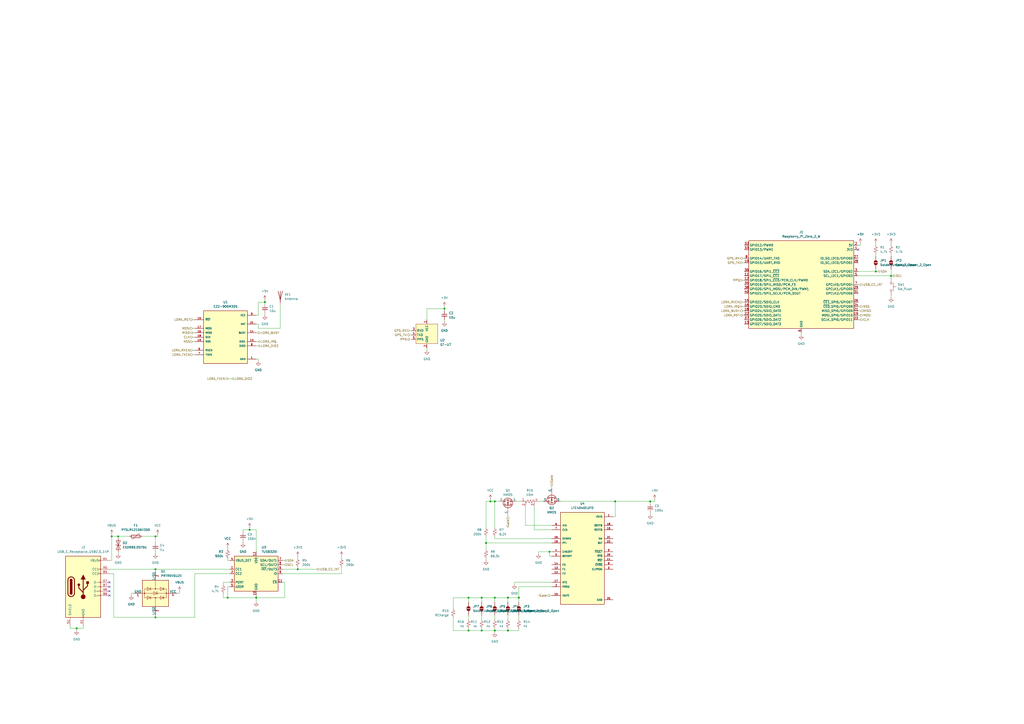
<source format=kicad_sch>
(kicad_sch (version 20250114) (generator "eeschema") (generator_version "9.0")
  (paper "A2")
  (lib_symbols
    (symbol "Connector:Raspberry_Pi_4"
      (property "Reference" "J" (at -17.526 48.768 0))
      (property "Value" "Raspberry_Pi_4" (at 15.748 -26.416 0))
      (symbol "Raspberry_Pi_4_1_1"
        (pin bidirectional line (at -33.02 22.86 0) (length 2.54) (name "GPIO12/PWM0") (number "32"))
        (pin bidirectional line (at -33.02 20.32 0) (length 2.54) (name "GPIO13/PWM1") (number "33"))
        (pin bidirectional line (at -33.02 15.24 0) (length 2.54) (name "GPIO14/UART_TXD") (number "8"))
        (pin bidirectional line (at -33.02 12.7 0) (length 2.54) (name "GPIO15/UART_RXD") (number "10"))
        (pin bidirectional line (at -33.02 7.62 0) (length 2.54) (name "GPIO16/SPI1_~{CE2}") (number "36"))
        (pin bidirectional line (at -33.02 5.08 0) (length 2.54) (name "GPIO17/SPI1_~{CE1}") (number "11"))
        (pin bidirectional line (at -33.02 2.54 0) (length 2.54) (name "GPIO18/SPI1_~{CE0}/PCM_CLK/PWM0") (number "12"))
        (pin bidirectional line (at -33.02 0 0) (length 2.54) (name "GPIO19/SPI1_MISO/PCM_FS") (number "35"))
        (pin bidirectional line (at -33.02 -2.54 0) (length 2.54) (name "GPIO20/SPI1_MOSI/PCM_DIN/PWM1") (number "38"))
        (pin bidirectional line (at -33.02 -5.08 0) (length 2.54) (name "GPIO21/SPI1_SCLK/PCM_DOUT") (number "40"))
        (pin bidirectional line (at -33.02 -10.16 0) (length 2.54) (name "GPIO22/SDIO_CLK") (number "15"))
        (pin bidirectional line (at -33.02 -12.7 0) (length 2.54) (name "GPIO23/SDIO_CMD") (number "16"))
        (pin bidirectional line (at -33.02 -15.24 0) (length 2.54) (name "GPIO24/SDIO_DAT0") (number "18"))
        (pin bidirectional line (at -33.02 -17.78 0) (length 2.54) (name "GPIO25/SDIO_DAT1") (number "22"))
        (pin bidirectional line (at -33.02 -20.32 0) (length 2.54) (name "GPIO26/SDIO_DAT2") (number "37"))
        (pin bidirectional line (at -33.02 -22.86 0) (length 2.54) (name "GPIO27/SDIO_DAT3") (number "13"))
        (pin passive line (at 0 -27.94 90) (length 2.54) (hide yes) (name "GND") (number "14"))
        (pin passive line (at 0 -27.94 90) (length 2.54) (hide yes) (name "GND") (number "20"))
        (pin passive line (at 0 -27.94 90) (length 2.54) (hide yes) (name "GND") (number "25"))
        (pin passive line (at 0 -27.94 90) (length 2.54) (hide yes) (name "GND") (number "30"))
        (pin passive line (at 0 -27.94 90) (length 2.54) (hide yes) (name "GND") (number "34"))
        (pin passive line (at 0 -27.94 90) (length 2.54) (hide yes) (name "GND") (number "39"))
        (pin power_out line (at 0 -27.94 90) (length 2.54) (name "GND") (number "6"))
        (pin passive line (at 0 -27.94 90) (length 2.54) (hide yes) (name "GND") (number "9"))
        (pin power_out line (at 33.02 22.86 180) (length 2.54) (name "5V") (number "2"))
        (pin passive line (at 33.02 22.86 180) (length 2.54) (hide yes) (name "5V") (number "4"))
        (pin power_out line (at 33.02 20.32 180) (length 2.54) (name "3V3") (number "1"))
        (pin passive line (at 33.02 20.32 180) (length 2.54) (hide yes) (name "3V3") (number "17"))
        (pin bidirectional line (at 33.02 15.24 180) (length 2.54) (name "ID_SD_I2C0/GPIO00") (number "27"))
        (pin bidirectional line (at 33.02 12.7 180) (length 2.54) (name "ID_SC_I2C0/GPIO01") (number "28"))
        (pin bidirectional line (at 33.02 7.62 180) (length 2.54) (name "SDA_I2C1/GPIO02") (number "3"))
        (pin bidirectional line (at 33.02 5.08 180) (length 2.54) (name "SCL_I2C1/GPIO03") (number "5"))
        (pin bidirectional line (at 33.02 0 180) (length 2.54) (name "GPCLK0/GPIO04") (number "7"))
        (pin bidirectional line (at 33.02 -2.54 180) (length 2.54) (name "GPCLK1/GPIO05") (number "29"))
        (pin bidirectional line (at 33.02 -5.08 180) (length 2.54) (name "GPCLK2/GPIO06") (number "31"))
        (pin bidirectional line (at 33.02 -10.16 180) (length 2.54) (name "~{CE1}_SPI0/GPIO07") (number "26"))
        (pin bidirectional line (at 33.02 -12.7 180) (length 2.54) (name "~{CE0}_SPI0/GPIO08") (number "24"))
        (pin bidirectional line (at 33.02 -15.24 180) (length 2.54) (name "MISO_SPI0/GPIO09") (number "21"))
        (pin bidirectional line (at 33.02 -17.78 180) (length 2.54) (name "MOSI_SPI0/GPIO10") (number "19"))
        (pin bidirectional line (at 33.02 -20.32 180) (length 2.54) (name "SCLK_SPI0/GPIO11") (number "23"))
      )
    )
    (symbol "Connector:USB_C_Receptacle_USB2.0_14P" (pin_names (offset 1.016))
      (property "Reference" "J" (at 0 22.225 0))
      (property "Value" "USB_C_Receptacle_USB2.0_14P" (at 0 19.685 0))
      (symbol "USB_C_Receptacle_USB2.0_14P_1_1"
        (pin passive line (at -7.62 -22.86 90) (length 5.08) (name "SHIELD") (number "S1"))
        (pin passive line (at 0 -22.86 90) (length 5.08) (name "GND") (number "A1"))
        (pin passive line (at 0 -22.86 90) (length 5.08) (hide yes) (name "GND") (number "A12"))
        (pin passive line (at 0 -22.86 90) (length 5.08) (hide yes) (name "GND") (number "B1"))
        (pin passive line (at 0 -22.86 90) (length 5.08) (hide yes) (name "GND") (number "B12"))
        (pin passive line (at 15.24 15.24 180) (length 5.08) (name "VBUS") (number "A4"))
        (pin passive line (at 15.24 15.24 180) (length 5.08) (hide yes) (name "VBUS") (number "A9"))
        (pin passive line (at 15.24 15.24 180) (length 5.08) (hide yes) (name "VBUS") (number "B4"))
        (pin passive line (at 15.24 15.24 180) (length 5.08) (hide yes) (name "VBUS") (number "B9"))
        (pin bidirectional line (at 15.24 10.16 180) (length 5.08) (name "CC1") (number "A5"))
        (pin bidirectional line (at 15.24 7.62 180) (length 5.08) (name "CC2") (number "B5"))
        (pin bidirectional line (at 15.24 2.54 180) (length 5.08) (name "D-") (number "A7"))
        (pin bidirectional line (at 15.24 0 180) (length 5.08) (name "D-") (number "B7"))
        (pin bidirectional line (at 15.24 -2.54 180) (length 5.08) (name "D+") (number "A6"))
        (pin bidirectional line (at 15.24 -5.08 180) (length 5.08) (name "D+") (number "B6"))
      )
    )
    (symbol "Device:Antenna" (pin_numbers (hide yes)) (pin_names (offset 1.016) (hide yes))
      (property "Reference" "AE" (at -1.905 1.905 0))
      (property "Value" "Antenna" (at -1.905 0 0))
      (symbol "Antenna_1_1"
        (pin input line (at 0 -5.08 90) (length 2.54) (name "A") (number "1"))
      )
    )
    (symbol "Device:C_Small" (pin_numbers (hide yes)) (pin_names (offset 0.254) (hide yes))
      (property "Reference" "C" (at 0.254 1.778 0))
      (property "Value" "C_Small" (at 0.254 -2.032 0))
      (symbol "C_Small_1_1"
        (pin passive line (at 0 2.54 270) (length 2.032) (name "~") (number "1"))
        (pin passive line (at 0 -2.54 90) (length 2.032) (name "~") (number "2"))
      )
    )
    (symbol "Device:C_Small_US" (pin_numbers (hide yes)) (pin_names (offset 0.254) (hide yes))
      (property "Reference" "C" (at 0.254 1.778 0))
      (property "Value" "C_Small_US" (at 0.254 -2.032 0))
      (symbol "C_Small_US_1_1"
        (pin passive line (at 0 2.54 270) (length 2.032) (name "~") (number "1"))
        (pin passive line (at 0 -2.54 90) (length 2.032) (name "~") (number "2"))
      )
    )
    (symbol "Device:Polyfuse" (pin_numbers (hide yes)) (pin_names (offset 0))
      (property "Reference" "F" (at -2.54 0 90))
      (property "Value" "Polyfuse" (at 2.54 0 90))
      (symbol "Polyfuse_1_1"
        (pin passive line (at 0 3.81 270) (length 1.27) (name "~") (number "1"))
        (pin passive line (at 0 -3.81 90) (length 1.27) (name "~") (number "2"))
      )
    )
    (symbol "Device:R_Shunt_US" (pin_names (offset 0) (hide yes))
      (property "Reference" "R" (at -5.08 0 90))
      (property "Value" "R_Shunt_US" (at -3.048 0 90))
      (symbol "R_Shunt_US_1_1"
        (pin passive line (at 0 5.08 270) (length 2.54) (name "~") (number "1"))
        (pin passive line (at 0 -5.08 90) (length 2.54) (name "~") (number "4"))
        (pin passive line (at 2.54 2.54 180) (length 1.27) (name "~") (number "2"))
        (pin passive line (at 2.54 -2.54 180) (length 1.27) (name "~") (number "3"))
      )
    )
    (symbol "Device:R_Small_US" (pin_numbers (hide yes)) (pin_names (offset 0.254) (hide yes))
      (property "Reference" "R" (at 0.762 0.508 0))
      (property "Value" "R_Small_US" (at 0.762 -1.016 0))
      (symbol "R_Small_US_1_1"
        (pin passive line (at 0 2.54 270) (length 1.016) (name "~") (number "1"))
        (pin passive line (at 0 -2.54 90) (length 1.016) (name "~") (number "2"))
      )
    )
    (symbol "Diode:ESD9B5.0ST5G" (pin_numbers (hide yes)) (pin_names (offset 1.016) (hide yes))
      (property "Reference" "D" (at 0 2.54 0))
      (property "Value" "ESD9B5.0ST5G" (at 0 -2.54 0))
      (symbol "ESD9B5.0ST5G_1_1"
        (pin passive line (at -3.81 0 0) (length 2.54) (name "A1") (number "1"))
        (pin passive line (at 3.81 0 180) (length 2.54) (name "A2") (number "2"))
      )
    )
    (symbol "E22-900M30S:E22-900M30S" (pin_names (offset 1.016))
      (property "Reference" "U" (at -12.7 16.002 0))
      (property "Value" "E22-900M30S" (at -12.7 -17.78 0))
      (symbol "E22-900M30S_0_0"
        (pin input line (at -17.78 10.16 0) (length 5.08) (name "~{RST}") (number "15"))
        (pin input line (at -17.78 5.08 0) (length 5.08) (name "MOSI") (number "17"))
        (pin output line (at -17.78 2.54 0) (length 5.08) (name "MISO") (number "16"))
        (pin input line (at -17.78 0 0) (length 5.08) (name "SCK") (number "18"))
        (pin input line (at -17.78 -2.54 0) (length 5.08) (name "NSS") (number "19"))
        (pin input line (at -17.78 -7.62 0) (length 5.08) (name "RXEN") (number "6"))
        (pin input line (at -17.78 -10.16 0) (length 5.08) (name "TXEN") (number "7"))
        (pin power_in line (at 17.78 12.7 180) (length 5.08) (hide yes) (name "VCC") (number "10"))
        (pin power_in line (at 17.78 12.7 180) (length 5.08) (name "VCC") (number "9"))
        (pin output line (at 17.78 7.62 180) (length 5.08) (name "ANT") (number "21"))
        (pin output line (at 17.78 2.54 180) (length 5.08) (name "BUSY") (number "14"))
        (pin bidirectional line (at 17.78 -2.54 180) (length 5.08) (name "DIO1") (number "13"))
        (pin bidirectional line (at 17.78 -5.08 180) (length 5.08) (name "DIO2") (number "8"))
        (pin power_in line (at 17.78 -12.7 180) (length 5.08) (name "GND") (number "1"))
        (pin power_in line (at 17.78 -12.7 180) (length 5.08) (hide yes) (name "GND") (number "11"))
        (pin power_in line (at 17.78 -12.7 180) (length 5.08) (hide yes) (name "GND") (number "12"))
        (pin power_in line (at 17.78 -12.7 180) (length 5.08) (hide yes) (name "GND") (number "2"))
        (pin power_in line (at 17.78 -12.7 180) (length 5.08) (hide yes) (name "GND") (number "20"))
        (pin power_in line (at 17.78 -12.7 180) (length 5.08) (hide yes) (name "GND") (number "22"))
        (pin power_in line (at 17.78 -12.7 180) (length 5.08) (hide yes) (name "GND") (number "3"))
        (pin power_in line (at 17.78 -12.7 180) (length 5.08) (hide yes) (name "GND") (number "4"))
        (pin power_in line (at 17.78 -12.7 180) (length 5.08) (hide yes) (name "GND") (number "5"))
      )
    )
    (symbol "GT-U7_GPS-Module:GT-U7_GPS_Module"
      (property "Reference" "U" (at -5.588 -2.794 0))
      (property "Value" "GT-U7" (at 3.302 -2.794 0))
      (symbol "GT-U7_GPS_Module_1_1"
        (pin input line (at -8.89 -7.62 0) (length 2.54) (name "RXD") (number "3"))
        (pin output line (at -8.89 -10.16 0) (length 2.54) (name "TXD") (number "4"))
        (pin output line (at -8.89 -12.7 0) (length 2.54) (name "PPS") (number "5"))
        (pin power_in line (at 0 -1.27 270) (length 2.54) (name "VCC") (number "1"))
        (pin power_in line (at 0 -17.78 90) (length 2.54) (name "GND") (number "2"))
      )
    )
    (symbol "Interface_USB:TUSB320I"
      (property "Reference" "U" (at -11.43 11.43 0))
      (property "Value" "TUSB320I" (at 7.62 11.43 0))
      (symbol "TUSB320I_1_1"
        (pin bidirectional line (at -15.24 7.62 0) (length 2.54) (name "SDA/OUT1") (number "7"))
        (pin bidirectional line (at -15.24 5.08 0) (length 2.54) (name "SCL/OUT2") (number "8"))
        (pin open_collector line (at -15.24 2.54 0) (length 2.54) (name "~{INT}/OUT3") (number "6"))
        (pin open_collector line (at -15.24 0 0) (length 2.54) (name "ID") (number "9"))
        (pin input line (at -15.24 -5.08 0) (length 2.54) (name "~{EN}") (number "11"))
        (pin power_in line (at 0 12.7 270) (length 2.54) (name "VDD") (number "12"))
        (pin power_in line (at 0 -12.7 90) (length 2.54) (name "GND") (number "10"))
        (pin input line (at 15.24 7.62 180) (length 2.54) (name "VBUS_DET") (number "4"))
        (pin bidirectional line (at 15.24 2.54 180) (length 2.54) (name "CC1") (number "1"))
        (pin bidirectional line (at 15.24 0 180) (length 2.54) (name "CC2") (number "2"))
        (pin input line (at 15.24 -5.08 180) (length 2.54) (name "PORT") (number "3"))
        (pin input line (at 15.24 -7.62 180) (length 2.54) (name "ADDR") (number "5"))
      )
    )
    (symbol "Jumper:SolderJumper_2_Open" (pin_numbers (hide yes)) (pin_names (offset 0) (hide yes)) (in_bom no)
      (property "Reference" "JP" (at 0 2.032 0))
      (property "Value" "SolderJumper_2_Open" (at 0 -2.54 0))
      (symbol "SolderJumper_2_Open_1_1"
        (pin passive line (at -3.81 0 0) (length 2.54) (name "A") (number "1"))
        (pin passive line (at 3.81 0 180) (length 2.54) (name "B") (number "2"))
      )
    )
    (symbol "LTC4040EUFD_TRPBF:LTC4040EUFD_TRPBF" (pin_names (offset 1.016))
      (property "Reference" "U" (at -12.7 26.035 0))
      (property "Value" "LTC4040EUFD_TRPBF" (at -12.7 -30.48 0))
      (symbol "LTC4040EUFD_TRPBF_0_0"
        (pin input line (at -17.78 17.78 0) (length 5.08) (name "VIN") (number "6"))
        (pin passive line (at -17.78 15.24 0) (length 5.08) (name "CLN") (number "7"))
        (pin input line (at -17.78 10.16 0) (length 5.08) (name "OVSNS") (number "16"))
        (pin input line (at -17.78 7.62 0) (length 5.08) (name "PFI") (number "19"))
        (pin input line (at -17.78 2.54 0) (length 5.08) (name "CHGOFF") (number "4"))
        (pin input line (at -17.78 0 0) (length 5.08) (name "BSTOFF") (number "5"))
        (pin input line (at -17.78 -5.08 0) (length 5.08) (name "F0") (number "14"))
        (pin input line (at -17.78 -7.62 0) (length 5.08) (name "F1") (number "13"))
        (pin input line (at -17.78 -10.16 0) (length 5.08) (name "F2") (number "12"))
        (pin input line (at -17.78 -15.24 0) (length 5.08) (name "NTC") (number "17"))
        (pin passive line (at -17.78 -17.78 0) (length 5.08) (name "PROG") (number "2"))
        (pin passive line (at -17.78 -22.86 0) (length 5.08) (name "IGATE") (number "15"))
        (pin output line (at 17.78 22.86 180) (length 5.08) (name "VSYS") (number "1"))
        (pin output line (at 17.78 22.86 180) (length 5.08) (hide yes) (name "VSYS") (number "24"))
        (pin input line (at 17.78 17.78 180) (length 5.08) (name "BSTFB") (number "18"))
        (pin input line (at 17.78 15.24 180) (length 5.08) (name "RSTFB") (number "10"))
        (pin output line (at 17.78 10.16 180) (length 5.08) (name "SW") (number "21"))
        (pin output line (at 17.78 10.16 180) (length 5.08) (hide yes) (name "SW") (number "22"))
        (pin power_in line (at 17.78 7.62 180) (length 5.08) (name "BAT") (number "23"))
        (pin output line (at 17.78 2.54 180) (length 5.08) (name "~{FAULT}") (number "9"))
        (pin output line (at 17.78 0 180) (length 5.08) (name "~{PF0}") (number "20"))
        (pin output line (at 17.78 -2.54 180) (length 5.08) (name "~{RST}") (number "11"))
        (pin output line (at 17.78 -5.08 180) (length 5.08) (name "~{CHRG}") (number "8"))
        (pin passive line (at 17.78 -7.62 180) (length 5.08) (name "CLPROG") (number "3"))
        (pin power_in line (at 17.78 -25.4 180) (length 5.08) (name "GND") (number "25"))
      )
    )
    (symbol "Power_Protection:PRTR5V0U2X" (pin_names (offset 0))
      (property "Reference" "D" (at 2.794 8.636 0))
      (property "Value" "PRTR5V0U2X" (at 8.128 -9.398 0))
      (symbol "PRTR5V0U2X_1_1"
        (pin passive line (at -12.7 0 0) (length 5.08) (name "I/O1") (number "2"))
        (pin passive line (at 0 12.7 270) (length 5.08) (name "VCC") (number "4"))
        (pin passive line (at 0 -12.7 90) (length 5.08) (name "GND") (number "1"))
        (pin passive line (at 12.7 0 180) (length 5.08) (name "I/O2") (number "3"))
      )
    )
    (symbol "Simulation_SPICE:NMOS" (pin_numbers (hide yes)) (pin_names (offset 0))
      (property "Reference" "Q" (at 5.08 1.27 0))
      (property "Value" "NMOS" (at 5.08 -1.27 0))
      (symbol "NMOS_1_1"
        (pin input line (at -5.08 0 0) (length 2.54) (name "G") (number "2"))
        (pin passive line (at 2.54 5.08 270) (length 2.54) (name "D") (number "1"))
        (pin passive line (at 2.54 -5.08 90) (length 2.54) (name "S") (number "3"))
      )
    )
    (symbol "Switch:SW_Push" (pin_numbers (hide yes)) (pin_names (offset 1.016) (hide yes))
      (property "Reference" "SW" (at 1.27 2.54 0))
      (property "Value" "SW_Push" (at 0 -1.524 0))
      (symbol "SW_Push_0_1"
        (pin passive line (at -5.08 0 0) (length 2.54) (name "1") (number "1"))
        (pin passive line (at 5.08 0 180) (length 2.54) (name "2") (number "2"))
      )
    )
    (symbol "power:+3V3" (power) (pin_numbers (hide yes)) (pin_names (offset 0) (hide yes))
      (property "Value" "+3V3" (at 0 3.556 0))
      (symbol "+3V3_1_1"
        (pin power_in line (at 0 0 90) (length 0) (name "~") (number "1"))
      )
    )
    (symbol "power:+5V" (power) (pin_numbers (hide yes)) (pin_names (offset 0) (hide yes))
      (property "Value" "+5V" (at 0 3.556 0))
      (symbol "+5V_1_1"
        (pin power_in line (at 0 0 90) (length 0) (name "~") (number "1"))
      )
    )
    (symbol "power:GND" (power) (pin_numbers (hide yes)) (pin_names (offset 0) (hide yes))
      (property "Value" "GND" (at 0 -3.81 0))
      (symbol "GND_1_1"
        (pin power_in line (at 0 0 270) (length 0) (name "~") (number "1"))
      )
    )
    (symbol "power:VBUS" (power) (pin_numbers (hide yes)) (pin_names (offset 0) (hide yes))
      (property "Value" "VBUS" (at 0 3.556 0))
      (symbol "VBUS_1_1"
        (pin power_in line (at 0 0 90) (length 0) (name "~") (number "1"))
      )
    )
    (symbol "power:VCC" (power) (pin_numbers (hide yes)) (pin_names (offset 0) (hide yes))
      (property "Value" "VCC" (at 0 3.556 0))
      (symbol "VCC_1_1"
        (pin power_in line (at 0 0 90) (length 0) (name "~") (number "1"))
      )
    )
  )
  (junction (at 153.67 175.26))
  (junction (at 44.45 364.49))
  (junction (at 300.99 346.71))
  (junction (at 279.4 365.76))
  (junction (at 132.08 346.71))
  (junction (at 516.89 160.02))
  (junction (at 281.94 314.96))
  (junction (at 90.17 311.15))
  (junction (at 377.19 290.83))
  (junction (at 294.64 365.76))
  (junction (at 64.77 311.15))
  (junction (at 508 157.48))
  (junction (at 287.02 290.83))
  (junction (at 279.4 346.71))
  (junction (at 90.17 330.2))
  (junction (at 68.58 311.15))
  (junction (at 287.02 365.76))
  (junction (at 356.87 290.83))
  (junction (at 144.78 307.34))
  (junction (at 271.78 346.71))
  (junction (at 318.77 320.04))
  (junction (at 271.78 365.76))
  (junction (at 284.48 290.83))
  (junction (at 294.64 346.71))
  (junction (at 287.02 346.71))
  (junction (at 257.81 179.07))
  (junction (at 148.59 346.71))
  (junction (at 172.72 330.2))
  (junction (at 90.17 358.14))
  (no_connect (at 63.5 340.36))
  (no_connect (at 63.5 342.9))
  (no_connect (at 63.5 345.44))
  (no_connect (at 497.84 144.78))
  (no_connect (at 63.5 337.82))
  (wire (pts (xy 68.58 320.04) (xy 68.58 321.31)))
  (wire (pts (xy 284.48 289.56) (xy 284.48 290.83)))
  (wire (pts (xy 64.77 311.15) (xy 64.77 325.12)))
  (wire (pts (xy 320.04 281.94) (xy 320.04 283.21)))
  (wire (pts (xy 298.45 337.82) (xy 298.45 339.09)))
  (wire (pts (xy 318.77 320.04) (xy 312.42 320.04)))
  (wire (pts (xy 355.6 299.72) (xy 356.87 299.72)))
  (wire (pts (xy 113.03 195.58) (xy 111.76 195.58)))
  (wire (pts (xy 66.04 332.74) (xy 63.5 332.74)))
  (wire (pts (xy 497.84 180.34) (xy 499.11 180.34)))
  (wire (pts (xy 247.65 201.93) (xy 247.65 203.2)))
  (wire (pts (xy 279.4 356.87) (xy 279.4 359.41)))
  (wire (pts (xy 165.1 346.71) (xy 148.59 346.71)))
  (wire (pts (xy 90.17 320.04) (xy 90.17 321.31)))
  (wire (pts (xy 497.84 185.42) (xy 499.11 185.42)))
  (wire (pts (xy 163.83 332.74) (xy 198.12 332.74)))
  (wire (pts (xy 165.1 337.82) (xy 165.1 346.71)))
  (wire (pts (xy 149.86 175.26) (xy 149.86 182.88)))
  (wire (pts (xy 294.64 365.76) (xy 294.64 364.49)))
  (wire (pts (xy 320.04 320.04) (xy 318.77 320.04)))
  (wire (pts (xy 294.64 298.45) (xy 294.64 299.72)))
  (wire (pts (xy 163.83 330.2) (xy 172.72 330.2)))
  (wire (pts (xy 294.64 356.87) (xy 294.64 359.41)))
  (wire (pts (xy 148.59 182.88) (xy 149.86 182.88)))
  (wire (pts (xy 300.99 340.36) (xy 300.99 346.71)))
  (wire (pts (xy 148.59 198.12) (xy 149.86 198.12)))
  (wire (pts (xy 172.72 322.58) (xy 172.72 323.85)))
  (wire (pts (xy 318.77 320.04) (xy 318.77 322.58)))
  (wire (pts (xy 508 157.48) (xy 508 156.21)))
  (wire (pts (xy 271.78 346.71) (xy 279.4 346.71)))
  (wire (pts (xy 172.72 330.2) (xy 184.15 330.2)))
  (wire (pts (xy 356.87 290.83) (xy 356.87 299.72)))
  (wire (pts (xy 497.84 177.8) (xy 499.11 177.8)))
  (wire (pts (xy 281.94 323.85) (xy 281.94 325.12)))
  (wire (pts (xy 294.64 346.71) (xy 300.99 346.71)))
  (wire (pts (xy 379.73 290.83) (xy 379.73 289.56)))
  (wire (pts (xy 90.17 311.15) (xy 91.44 311.15)))
  (wire (pts (xy 66.04 358.14) (xy 66.04 332.74)))
  (wire (pts (xy 299.72 290.83) (xy 302.26 290.83)))
  (wire (pts (xy 163.83 325.12) (xy 165.1 325.12)))
  (wire (pts (xy 140.97 313.69) (xy 140.97 314.96)))
  (wire (pts (xy 287.02 346.71) (xy 294.64 346.71)))
  (wire (pts (xy 132.08 219.71) (xy 134.62 219.71)))
  (wire (pts (xy 497.84 142.24) (xy 499.11 142.24)))
  (wire (pts (xy 40.64 363.22) (xy 40.64 364.49)))
  (wire (pts (xy 113.03 193.04) (xy 111.76 193.04)))
  (wire (pts (xy 148.59 193.04) (xy 149.86 193.04)))
  (wire (pts (xy 284.48 290.83) (xy 287.02 290.83)))
  (wire (pts (xy 104.14 342.9) (xy 104.14 344.17)))
  (wire (pts (xy 163.83 327.66) (xy 165.1 327.66)))
  (wire (pts (xy 153.67 175.26) (xy 153.67 176.53)))
  (wire (pts (xy 64.77 311.15) (xy 68.58 311.15)))
  (wire (pts (xy 430.53 152.4) (xy 431.8 152.4)))
  (wire (pts (xy 237.49 191.77) (xy 238.76 191.77)))
  (wire (pts (xy 312.42 290.83) (xy 314.96 290.83)))
  (wire (pts (xy 113.03 358.14) (xy 113.03 332.74)))
  (wire (pts (xy 64.77 325.12) (xy 63.5 325.12)))
  (wire (pts (xy 129.54 344.17) (xy 129.54 346.71)))
  (wire (pts (xy 149.86 187.96) (xy 148.59 187.96)))
  (wire (pts (xy 287.02 365.76) (xy 294.64 365.76)))
  (wire (pts (xy 44.45 364.49) (xy 44.45 365.76)))
  (wire (pts (xy 40.64 364.49) (xy 44.45 364.49)))
  (wire (pts (xy 287.02 312.42) (xy 320.04 312.42)))
  (wire (pts (xy 153.67 181.61) (xy 153.67 182.88)))
  (wire (pts (xy 430.53 177.8) (xy 431.8 177.8)))
  (wire (pts (xy 148.59 307.34) (xy 144.78 307.34)))
  (wire (pts (xy 257.81 177.8) (xy 257.81 179.07)))
  (wire (pts (xy 287.02 364.49) (xy 287.02 365.76)))
  (wire (pts (xy 294.64 365.76) (xy 300.99 365.76)))
  (wire (pts (xy 44.45 364.49) (xy 48.26 364.49)))
  (wire (pts (xy 148.59 346.71) (xy 148.59 345.44)))
  (wire (pts (xy 497.84 160.02) (xy 516.89 160.02)))
  (wire (pts (xy 281.94 290.83) (xy 281.94 306.07)))
  (wire (pts (xy 508 140.97) (xy 508 142.24)))
  (wire (pts (xy 113.03 332.74) (xy 133.35 332.74)))
  (wire (pts (xy 516.89 140.97) (xy 516.89 142.24)))
  (wire (pts (xy 162.56 176.53) (xy 162.56 190.5)))
  (wire (pts (xy 287.02 290.83) (xy 289.56 290.83)))
  (wire (pts (xy 271.78 356.87) (xy 271.78 359.41)))
  (wire (pts (xy 430.53 149.86) (xy 431.8 149.86)))
  (wire (pts (xy 377.19 290.83) (xy 379.73 290.83)))
  (wire (pts (xy 111.76 198.12) (xy 113.03 198.12)))
  (wire (pts (xy 287.02 290.83) (xy 287.02 306.07)))
  (wire (pts (xy 132.08 340.36) (xy 132.08 346.71)))
  (wire (pts (xy 132.08 323.85) (xy 132.08 325.12)))
  (wire (pts (xy 497.84 182.88) (xy 499.11 182.88)))
  (wire (pts (xy 133.35 340.36) (xy 132.08 340.36)))
  (wire (pts (xy 247.65 179.07) (xy 247.65 185.42)))
  (wire (pts (xy 48.26 364.49) (xy 48.26 363.22)))
  (wire (pts (xy 64.77 309.88) (xy 64.77 311.15)))
  (wire (pts (xy 279.4 346.71) (xy 279.4 349.25)))
  (wire (pts (xy 279.4 346.71) (xy 287.02 346.71)))
  (wire (pts (xy 90.17 330.2) (xy 133.35 330.2)))
  (wire (pts (xy 516.89 171.45) (xy 516.89 172.72)))
  (wire (pts (xy 129.54 346.71) (xy 132.08 346.71)))
  (wire (pts (xy 262.89 346.71) (xy 262.89 353.06)))
  (wire (pts (xy 497.84 157.48) (xy 508 157.48)))
  (wire (pts (xy 287.02 365.76) (xy 287.02 367.03)))
  (wire (pts (xy 281.94 290.83) (xy 284.48 290.83)))
  (wire (pts (xy 320.04 340.36) (xy 300.99 340.36)))
  (wire (pts (xy 320.04 307.34) (xy 309.88 307.34)))
  (wire (pts (xy 356.87 290.83) (xy 377.19 290.83)))
  (wire (pts (xy 516.89 160.02) (xy 518.16 160.02)))
  (wire (pts (xy 279.4 365.76) (xy 287.02 365.76)))
  (wire (pts (xy 281.94 314.96) (xy 281.94 318.77)))
  (wire (pts (xy 464.82 193.04) (xy 464.82 194.31)))
  (wire (pts (xy 68.58 311.15) (xy 68.58 312.42)))
  (wire (pts (xy 499.11 142.24) (xy 499.11 140.97)))
  (wire (pts (xy 148.59 320.04) (xy 148.59 307.34)))
  (wire (pts (xy 300.99 356.87) (xy 300.99 359.41)))
  (wire (pts (xy 153.67 175.26) (xy 149.86 175.26)))
  (wire (pts (xy 271.78 365.76) (xy 279.4 365.76)))
  (wire (pts (xy 279.4 364.49) (xy 279.4 365.76)))
  (wire (pts (xy 262.89 358.14) (xy 262.89 365.76)))
  (wire (pts (xy 312.42 320.04) (xy 312.42 321.31)))
  (wire (pts (xy 497.84 165.1) (xy 499.11 165.1)))
  (wire (pts (xy 325.12 290.83) (xy 356.87 290.83)))
  (wire (pts (xy 102.87 344.17) (xy 104.14 344.17)))
  (wire (pts (xy 144.78 306.07) (xy 144.78 307.34)))
  (wire (pts (xy 516.89 147.32) (xy 516.89 148.59)))
  (wire (pts (xy 111.76 185.42) (xy 113.03 185.42)))
  (wire (pts (xy 82.55 311.15) (xy 90.17 311.15)))
  (wire (pts (xy 68.58 311.15) (xy 74.93 311.15)))
  (wire (pts (xy 129.54 337.82) (xy 129.54 339.09)))
  (wire (pts (xy 257.81 179.07) (xy 247.65 179.07)))
  (wire (pts (xy 430.53 182.88) (xy 431.8 182.88)))
  (wire (pts (xy 430.53 162.56) (xy 431.8 162.56)))
  (wire (pts (xy 113.03 190.5) (xy 111.76 190.5)))
  (wire (pts (xy 198.12 322.58) (xy 198.12 323.85)))
  (wire (pts (xy 287.02 346.71) (xy 287.02 349.25)))
  (wire (pts (xy 91.44 309.88) (xy 91.44 311.15)))
  (wire (pts (xy 318.77 345.44) (xy 320.04 345.44)))
  (wire (pts (xy 237.49 196.85) (xy 238.76 196.85)))
  (wire (pts (xy 111.76 203.2) (xy 113.03 203.2)))
  (wire (pts (xy 153.67 173.99) (xy 153.67 175.26)))
  (wire (pts (xy 129.54 337.82) (xy 133.35 337.82)))
  (wire (pts (xy 132.08 317.5) (xy 132.08 318.77)))
  (wire (pts (xy 90.17 330.2) (xy 90.17 331.47)))
  (wire (pts (xy 172.72 328.93) (xy 172.72 330.2)))
  (wire (pts (xy 320.04 337.82) (xy 298.45 337.82)))
  (wire (pts (xy 430.53 175.26) (xy 431.8 175.26)))
  (wire (pts (xy 257.81 185.42) (xy 257.81 186.69)))
  (wire (pts (xy 430.53 180.34) (xy 431.8 180.34)))
  (wire (pts (xy 508 147.32) (xy 508 148.59)))
  (wire (pts (xy 294.64 346.71) (xy 294.64 349.25)))
  (wire (pts (xy 287.02 356.87) (xy 287.02 359.41)))
  (wire (pts (xy 281.94 314.96) (xy 320.04 314.96)))
  (wire (pts (xy 77.47 344.17) (xy 76.2 344.17)))
  (wire (pts (xy 90.17 358.14) (xy 66.04 358.14)))
  (wire (pts (xy 90.17 356.87) (xy 90.17 358.14)))
  (wire (pts (xy 133.35 325.12) (xy 132.08 325.12)))
  (wire (pts (xy 149.86 208.28) (xy 149.86 209.55)))
  (wire (pts (xy 149.86 190.5) (xy 149.86 187.96)))
  (wire (pts (xy 304.8 304.8) (xy 304.8 293.37)))
  (wire (pts (xy 111.76 205.74) (xy 113.03 205.74)))
  (wire (pts (xy 237.49 194.31) (xy 238.76 194.31)))
  (wire (pts (xy 90.17 311.15) (xy 90.17 314.96)))
  (wire (pts (xy 140.97 307.34) (xy 140.97 308.61)))
  (wire (pts (xy 144.78 307.34) (xy 140.97 307.34)))
  (wire (pts (xy 320.04 304.8) (xy 304.8 304.8)))
  (wire (pts (xy 148.59 200.66) (xy 149.86 200.66)))
  (wire (pts (xy 148.59 346.71) (xy 148.59 349.25)))
  (wire (pts (xy 516.89 160.02) (xy 516.89 161.29)))
  (wire (pts (xy 271.78 364.49) (xy 271.78 365.76)))
  (wire (pts (xy 132.08 346.71) (xy 148.59 346.71)))
  (wire (pts (xy 320.04 322.58) (xy 318.77 322.58)))
  (wire (pts (xy 309.88 307.34) (xy 309.88 293.37)))
  (wire (pts (xy 165.1 337.82) (xy 163.83 337.82)))
  (wire (pts (xy 377.19 297.18) (xy 377.19 298.45)))
  (wire (pts (xy 198.12 328.93) (xy 198.12 332.74)))
  (wire (pts (xy 76.2 344.17) (xy 76.2 345.44)))
  (wire (pts (xy 148.59 208.28) (xy 149.86 208.28)))
  (wire (pts (xy 281.94 311.15) (xy 281.94 314.96)))
  (wire (pts (xy 516.89 160.02) (xy 516.89 156.21)))
  (wire (pts (xy 287.02 311.15) (xy 287.02 312.42)))
  (wire (pts (xy 257.81 179.07) (xy 257.81 180.34)))
  (wire (pts (xy 271.78 346.71) (xy 271.78 349.25)))
  (wire (pts (xy 149.86 190.5) (xy 162.56 190.5)))
  (wire (pts (xy 262.89 346.71) (xy 271.78 346.71)))
  (wire (pts (xy 377.19 290.83) (xy 377.19 292.1)))
  (wire (pts (xy 63.5 330.2) (xy 90.17 330.2)))
  (wire (pts (xy 90.17 358.14) (xy 113.03 358.14)))
  (wire (pts (xy 262.89 365.76) (xy 271.78 365.76)))
  (wire (pts (xy 300.99 365.76) (xy 300.99 364.49)))
  (wire (pts (xy 508 157.48) (xy 509.27 157.48)))
  (wire (pts (xy 300.99 346.71) (xy 300.99 349.25)))
  (hierarchical_label "LORA_DIO2" (shape bidirectional) (at 134.62 219.71 0))
  (hierarchical_label "GPS_RX" (shape input) (at 237.49 191.77 180))
  (hierarchical_label "MISO" (shape input) (at 499.11 180.34 0))
  (hierarchical_label "PPS" (shape input) (at 430.53 162.56 180))
  (hierarchical_label "USB_CC_INT" (shape output) (at 499.11 165.1 0))
  (hierarchical_label "LORA_RXEN" (shape input) (at 111.76 203.2 180))
  (hierarchical_label "LORA_BUSY" (shape output) (at 430.53 180.34 180))
  (hierarchical_label "PPS" (shape output) (at 237.49 196.85 180))
  (hierarchical_label "SCL" (shape output) (at 518.16 160.02 0))
  (hierarchical_label "SDA" (shape bidirectional) (at 165.1 325.12 0))
  (hierarchical_label "IGate" (shape input) (at 320.04 281.94 90))
  (hierarchical_label "SCL" (shape input) (at 165.1 327.66 0))
  (hierarchical_label "LORA_TXEN" (shape input) (at 111.76 205.74 180))
  (hierarchical_label "LORA_RST" (shape output) (at 430.53 182.88 180))
  (hierarchical_label "GPS_TX" (shape input) (at 430.53 152.4 180))
  (hierarchical_label "CLK" (shape input) (at 111.76 195.58 180))
  (hierarchical_label "CLK" (shape output) (at 499.11 185.42 0))
  (hierarchical_label "USB_CC_INT" (shape output) (at 184.15 330.2 0))
  (hierarchical_label "IGate" (shape input) (at 294.64 299.72 270))
  (hierarchical_label "GPS_TX" (shape output) (at 237.49 194.31 180))
  (hierarchical_label "MISO" (shape output) (at 111.76 193.04 180))
  (hierarchical_label "NSS" (shape output) (at 499.11 177.8 0))
  (hierarchical_label "NSS" (shape input) (at 111.76 198.12 180))
  (hierarchical_label "LORA_RST" (shape input) (at 111.76 185.42 180))
  (hierarchical_label "LORA_DIO2" (shape bidirectional) (at 149.86 200.66 0))
  (hierarchical_label "LORA_RXEN" (shape input) (at 430.53 175.26 180))
  (hierarchical_label "MOSI" (shape output) (at 499.11 182.88 0))
  (hierarchical_label "LORA_IRQ" (shape bidirectional) (at 430.53 177.8 180))
  (hierarchical_label "LORA_BUSY" (shape output) (at 149.86 193.04 0))
  (hierarchical_label "IGate" (shape output) (at 318.77 345.44 180))
  (hierarchical_label "LORA_TXEN" (shape output) (at 132.08 219.71 180))
  (hierarchical_label "SDA" (shape bidirectional) (at 509.27 157.48 0))
  (hierarchical_label "GPS_RX" (shape output) (at 430.53 149.86 180))
  (hierarchical_label "LORA_IRQ" (shape bidirectional) (at 149.86 198.12 0))
  (hierarchical_label "MOSI" (shape input) (at 111.76 190.5 180))
  (symbol (lib_id "power:VBUS") (at 104.14 342.9 0) (unit 1)
    (property "Reference" "#PWR014" (effects (hide yes)))
    (property "Value" "VBUS" (at 104.14 337.82 0))
    (property "Description" "Power symbol creates a global label with name \"VBUS\"" (effects (hide yes)))
  )
  (symbol (lib_id "Jumper:SolderJumper_2_Open") (at 516.89 152.4 90) (unit 1) (in_bom no)
    (property "Reference" "JP2" (at 519.43 151.1299 90) (effects (justify right)))
    (property "Value" "SolderJumper_2_Open" (at 519.43 153.6699 90) (effects (justify right)))
    (property "Description" "Solder Jumper, 2-pole, open" (effects (hide yes)))
  )
  (symbol (lib_id "power:GND") (at 257.81 186.69 0) (unit 1)
    (property "Reference" "#PWR07" (effects (hide yes)))
    (property "Value" "GND" (at 257.81 191.77 0))
    (property "Description" "Power symbol creates a global label with name \"GND\" , ground" (effects (hide yes)))
  )
  (symbol (lib_id "Device:R_Shunt_US") (at 307.34 290.83 90) (mirror x) (unit 1)
    (property "Reference" "R15" (at 307.34 284.48 90))
    (property "Value" "10m" (at 307.34 287.02 90))
    (property "Description" "Shunt resistor with Kelvin connections, US symbol" (effects (hide yes)))
  )
  (symbol (lib_id "Device:C_Small_US") (at 90.17 317.5 0) (unit 1)
    (property "Reference" "C4" (at 92.71 316.3569 0) (effects (justify left)))
    (property "Value" "1u" (at 92.71 318.8969 0) (effects (justify left)))
    (property "Description" "capacitor, small US symbol" (effects (hide yes)))
  )
  (symbol (lib_id "Switch:SW_Push") (at 516.89 166.37 270) (unit 1)
    (property "Reference" "SW1" (at 520.7 165.0999 90) (effects (justify left)))
    (property "Value" "SW_Push" (at 520.7 167.6399 90) (effects (justify left)))
    (property "Description" "Push button switch, generic, two pins" (effects (hide yes)))
  )
  (symbol (lib_id "GT-U7_GPS-Module:GT-U7_GPS_Module") (at 247.65 184.15 0) (unit 1)
    (property "Reference" "U2" (at 255.27 197.358 0) (effects (justify left)))
    (property "Value" "GT-U7" (at 255.27 199.898 0) (effects (justify left)))
    (property "Footprint" "GT-U7_GPS-Module:GT-U7_SMT" (effects (hide yes)))
    (property "Description" "GPS Module GT-U7 with NEO-6M" (effects (hide yes)))
  )
  (symbol (lib_id "Device:R_Small_US") (at 300.99 361.95 0) (unit 1)
    (property "Reference" "R14" (at 303.53 360.6799 0) (effects (justify left)))
    (property "Value" "4k" (at 303.53 363.2199 0) (effects (justify left)))
    (property "Description" "Resistor, small US symbol" (effects (hide yes)))
  )
  (symbol (lib_id "Jumper:SolderJumper_2_Open") (at 294.64 353.06 90) (unit 1) (in_bom no)
    (property "Reference" "JP4" (at 297.18 351.7899 90) (effects (justify right)))
    (property "Value" "SolderJumper_2_Open" (at 297.18 354.3299 90) (effects (justify right)))
    (property "Description" "Solder Jumper, 2-pole, open" (effects (hide yes)))
  )
  (symbol (lib_id "Device:R_Small_US") (at 198.12 326.39 0) (unit 1)
    (property "Reference" "R6" (at 200.66 325.1199 0) (effects (justify left)))
    (property "Value" "200k" (at 200.66 327.6599 0) (effects (justify left)))
    (property "Description" "Resistor, small US symbol" (effects (hide yes)))
  )
  (symbol (lib_id "power:GND") (at 247.65 203.2 0) (unit 1)
    (property "Reference" "#PWR08" (effects (hide yes)))
    (property "Value" "GND" (at 247.65 208.28 0))
    (property "Description" "Power symbol creates a global label with name \"GND\" , ground" (effects (hide yes)))
  )
  (symbol (lib_id "Diode:ESD9B5.0ST5G") (at 68.58 316.23 270) (unit 1)
    (property "Reference" "D2" (at 71.12 314.9599 90) (effects (justify left)))
    (property "Value" "ESD9B5.0ST5G" (at 71.12 317.4999 90) (effects (justify left)))
    (property "Footprint" "Diode_SMD:D_SOD-923" (effects (hide yes)))
    (property "Datasheet" "https://www.onsemi.com/pub/Collateral/ESD9B-D.PDF" (effects (hide yes)))
    (property "Description" "ESD protection diode, 5.0Vrwm, SOD-923" (effects (hide yes)))
  )
  (symbol (lib_id "power:GND") (at 464.82 194.31 0) (unit 1)
    (property "Reference" "#PWR02" (effects (hide yes)))
    (property "Value" "GND" (at 464.82 199.39 0))
    (property "Description" "Power symbol creates a global label with name \"GND\" , ground" (effects (hide yes)))
  )
  (symbol (lib_id "Jumper:SolderJumper_2_Open") (at 300.99 353.06 90) (unit 1) (in_bom no)
    (property "Reference" "JP3" (at 303.53 351.7899 90) (effects (justify right)))
    (property "Value" "SolderJumper_2_Open" (at 303.53 354.3299 90) (effects (justify right)))
    (property "Description" "Solder Jumper, 2-pole, open" (effects (hide yes)))
  )
  (symbol (lib_id "power:+3V3") (at 172.72 322.58 0) (unit 1)
    (property "Reference" "#PWR019" (effects (hide yes)))
    (property "Value" "+3V3" (at 172.72 317.5 0))
    (property "Description" "Power symbol creates a global label with name \"+3V3\"" (effects (hide yes)))
  )
  (symbol (lib_id "power:GND") (at 76.2 345.44 0) (unit 1)
    (property "Reference" "#PWR022" (effects (hide yes)))
    (property "Value" "GND" (at 76.2 350.52 0))
    (property "Description" "Power symbol creates a global label with name \"GND\" , ground" (effects (hide yes)))
  )
  (symbol (lib_id "power:+5V") (at 499.11 140.97 0) (unit 1)
    (property "Reference" "#PWR04" (effects (hide yes)))
    (property "Value" "+5V" (at 499.11 135.89 0))
    (property "Description" "Power symbol creates a global label with name \"+5V\"" (effects (hide yes)))
  )
  (symbol (lib_id "Device:C_Small_US") (at 377.19 294.64 0) (unit 1)
    (property "Reference" "C5" (at 379.73 293.4969 0) (effects (justify left)))
    (property "Value" "100u" (at 379.73 296.0369 0) (effects (justify left)))
    (property "Description" "capacitor, small US symbol" (effects (hide yes)))
  )
  (symbol (lib_id "power:VBUS") (at 64.77 309.88 0) (unit 1)
    (property "Reference" "#PWR024" (effects (hide yes)))
    (property "Value" "VBUS" (at 64.77 304.8 0))
    (property "Description" "Power symbol creates a global label with name \"VBUS\"" (effects (hide yes)))
  )
  (symbol (lib_id "power:VCC") (at 91.44 309.88 0) (unit 1)
    (property "Reference" "#PWR012" (effects (hide yes)))
    (property "Value" "VCC" (at 91.44 304.8 0))
    (property "Description" "Power symbol creates a global label with name \"VCC\"" (effects (hide yes)))
  )
  (symbol (lib_id "Device:Antenna") (at 162.56 171.45 0) (unit 1)
    (property "Reference" "AE1" (at 165.1 170.8149 0) (effects (justify left)))
    (property "Value" "Antenna" (at 165.1 173.3549 0) (effects (justify left)))
    (property "Footprint" "Connector_Coaxial:SMA_Molex_73251-1153_EdgeMount_Horizontal" (effects (hide yes)))
    (property "Description" "Antenna" (effects (hide yes)))
  )
  (symbol (lib_id "power:VCC") (at 132.08 317.5 0) (unit 1)
    (property "Reference" "#PWR025" (effects (hide yes)))
    (property "Value" "VCC" (at 132.08 312.42 0))
    (property "Description" "Power symbol creates a global label with name \"VCC\"" (effects (hide yes)))
  )
  (symbol (lib_id "power:GND") (at 298.45 339.09 0) (unit 1)
    (property "Reference" "#PWR028" (effects (hide yes)))
    (property "Value" "GND" (at 298.45 344.17 0))
    (property "Description" "Power symbol creates a global label with name \"GND\" , ground" (effects (hide yes)))
  )
  (symbol (lib_id "Jumper:SolderJumper_2_Open") (at 287.02 353.06 90) (unit 1) (in_bom no)
    (property "Reference" "JP5" (at 289.56 351.7899 90) (effects (justify right)))
    (property "Value" "SolderJumper_2_Open" (at 289.56 354.3299 90) (effects (justify right)))
    (property "Description" "Solder Jumper, 2-pole, open" (effects (hide yes)))
  )
  (symbol (lib_id "E22-900M30S:E22-900M30S") (at 130.81 195.58 0) (unit 1)
    (property "Reference" "U1" (at 130.81 175.26 0))
    (property "Value" "E22-900M30S" (at 130.81 177.8 0))
    (property "Footprint" "E22-900M30S:XCVR_E22-900M30S" (effects (hide yes)))
    (property "MF" "EBYTE" (effects (hide yes)))
    (property "MAXIMUM_PACKAGE_HEIGHT" "3.97 mm" (effects (hide yes)))
    (property "Package" "Package" (effects (hide yes)))
    (property "Price" "None" (effects (hide yes)))
    (property "Check_prices" "https://www.snapeda.com/parts/E22-900M30S/EBYTE/view-part/?ref=eda" (effects (hide yes)))
    (property "STANDARD" "Manufacturer Recommendations" (effects (hide yes)))
    (property "PARTREV" "1.2" (effects (hide yes)))
    (property "SnapEDA_Link" "https://www.snapeda.com/parts/E22-900M30S/EBYTE/view-part/?ref=snap" (effects (hide yes)))
    (property "MP" "E22-900M30S" (effects (hide yes)))
    (property "Description_1" "SX1262 868/915 MHz 1w SPI LoRa Module" (effects (hide yes)))
    (property "Availability" "Not in stock" (effects (hide yes)))
    (property "MANUFACTURER" "EBYTE" (effects (hide yes)))
  )
  (symbol (lib_id "Device:R_Small_US") (at 287.02 308.61 0) (unit 1)
    (property "Reference" "R7" (at 289.56 307.3399 0) (effects (justify left)))
    (property "Value" "6.2k" (at 289.56 309.8799 0) (effects (justify left)))
    (property "Description" "Resistor, small US symbol" (effects (hide yes)))
  )
  (symbol (lib_id "Jumper:SolderJumper_2_Open") (at 271.78 353.06 90) (unit 1) (in_bom no)
    (property "Reference" "JP7" (at 274.32 351.7899 90) (effects (justify right)))
    (property "Value" "SolderJumper_2_Open" (at 274.32 354.3299 90) (effects (justify right)))
    (property "Description" "Solder Jumper, 2-pole, open" (effects (hide yes)))
  )
  (symbol (lib_id "power:VCC") (at 284.48 289.56 0) (unit 1)
    (property "Reference" "#PWR030" (effects (hide yes)))
    (property "Value" "VCC" (at 284.48 284.48 0))
    (property "Description" "Power symbol creates a global label with name \"VCC\"" (effects (hide yes)))
  )
  (symbol (lib_id "power:GND") (at 148.59 349.25 0) (unit 1)
    (property "Reference" "#PWR013" (effects (hide yes)))
    (property "Value" "GND" (at 148.59 354.33 0))
    (property "Description" "Power symbol creates a global label with name \"GND\" , ground" (effects (hide yes)))
  )
  (symbol (lib_id "power:+5V") (at 144.78 306.07 0) (unit 1)
    (property "Reference" "#PWR018" (effects (hide yes)))
    (property "Value" "+5V" (at 144.78 300.99 0))
    (property "Description" "Power symbol creates a global label with name \"+5V\"" (effects (hide yes)))
  )
  (symbol (lib_id "power:GND") (at 281.94 325.12 0) (unit 1)
    (property "Reference" "#PWR029" (effects (hide yes)))
    (property "Value" "GND" (at 281.94 330.2 0))
    (property "Description" "Power symbol creates a global label with name \"GND\" , ground" (effects (hide yes)))
  )
  (symbol (lib_id "power:+5V") (at 379.73 289.56 0) (unit 1)
    (property "Reference" "#PWR021" (effects (hide yes)))
    (property "Value" "+5V" (at 379.73 284.48 0))
    (property "Description" "Power symbol creates a global label with name \"+5V\"" (effects (hide yes)))
  )
  (symbol (lib_id "power:GND") (at 44.45 365.76 0) (unit 1)
    (property "Reference" "#PWR017" (effects (hide yes)))
    (property "Value" "GND" (at 44.45 370.84 0))
    (property "Description" "Power symbol creates a global label with name \"GND\" , ground" (effects (hide yes)))
  )
  (symbol (lib_id "power:+3V3") (at 198.12 322.58 0) (unit 1)
    (property "Reference" "#PWR020" (effects (hide yes)))
    (property "Value" "+3V3" (at 198.12 317.5 0))
    (property "Description" "Power symbol creates a global label with name \"+3V3\"" (effects (hide yes)))
  )
  (symbol (lib_id "power:+3V3") (at 508 140.97 0) (unit 1)
    (property "Reference" "#PWR010" (effects (hide yes)))
    (property "Value" "+3V3" (at 508 135.89 0))
    (property "Description" "Power symbol creates a global label with name \"+3V3\"" (effects (hide yes)))
  )
  (symbol (lib_id "power:GND") (at 68.58 321.31 0) (unit 1)
    (property "Reference" "#PWR023" (effects (hide yes)))
    (property "Value" "GND" (at 68.58 326.39 0))
    (property "Description" "Power symbol creates a global label with name \"GND\" , ground" (effects (hide yes)))
  )
  (symbol (lib_id "Device:R_Small_US") (at 279.4 361.95 0) (unit 1)
    (property "Reference" "R11" (at 276.86 360.6799 0) (effects (justify right)))
    (property "Value" "4k" (at 276.86 363.2199 0) (effects (justify right)))
    (property "Description" "Resistor, small US symbol" (effects (hide yes)))
  )
  (symbol (lib_id "Device:C_Small") (at 153.67 179.07 0) (unit 1)
    (property "Reference" "C1" (at 156.21 177.8062 0) (effects (justify left)))
    (property "Value" "10u" (at 156.21 180.3462 0) (effects (justify left)))
    (property "Description" "Unpolarized capacitor, small symbol" (effects (hide yes)))
  )
  (symbol (lib_id "power:+3V3") (at 516.89 140.97 0) (unit 1)
    (property "Reference" "#PWR011" (effects (hide yes)))
    (property "Value" "+3V3" (at 516.89 135.89 0))
    (property "Description" "Power symbol creates a global label with name \"+3V3\"" (effects (hide yes)))
  )
  (symbol (lib_id "Device:R_Small_US") (at 262.89 355.6 0) (unit 1)
    (property "Reference" "R10" (at 260.35 354.3299 0) (effects (justify right)))
    (property "Value" "RCharge" (at 260.35 356.8699 0) (effects (justify right)))
    (property "Description" "Resistor, small US symbol" (effects (hide yes)))
  )
  (symbol (lib_id "Connector:USB_C_Receptacle_USB2.0_14P") (at 48.26 340.36 0) (unit 1)
    (property "Reference" "J2" (at 48.26 317.5 0))
    (property "Value" "USB_C_Receptacle_USB2.0_14P" (at 48.26 320.04 0))
    (property "Datasheet" "https://www.usb.org/sites/default/files/documents/usb_type-c.zip" (effects (hide yes)))
    (property "Description" "USB 2.0-only 14P Type-C Receptacle connector" (effects (hide yes)))
  )
  (symbol (lib_id "Simulation_SPICE:NMOS") (at 320.04 288.29 270) (unit 1)
    (property "Reference" "Q2" (at 320.04 294.64 90))
    (property "Value" "NMOS" (at 320.04 297.18 90))
    (property "Datasheet" "https://ngspice.sourceforge.io/docs/ngspice-html-manual/manual.xhtml#cha_MOSFETs" (effects (hide yes)))
    (property "Description" "N-MOSFET transistor, drain/source/gate" (effects (hide yes)))
    (property "Sim.Device" "NMOS" (effects (hide yes)))
    (property "Sim.Type" "VDMOS" (effects (hide yes)))
    (property "Sim.Pins" "1=D 2=G 3=S" (effects (hide yes)))
  )
  (symbol (lib_id "Simulation_SPICE:NMOS") (at 294.64 293.37 90) (unit 1)
    (property "Reference" "Q1" (at 294.64 284.48 90))
    (property "Value" "NMOS" (at 294.64 287.02 90))
    (property "Datasheet" "https://ngspice.sourceforge.io/docs/ngspice-html-manual/manual.xhtml#cha_MOSFETs" (effects (hide yes)))
    (property "Description" "N-MOSFET transistor, drain/source/gate" (effects (hide yes)))
    (property "Sim.Device" "NMOS" (effects (hide yes)))
    (property "Sim.Type" "VDMOS" (effects (hide yes)))
    (property "Sim.Pins" "1=D 2=G 3=S" (effects (hide yes)))
  )
  (symbol (lib_id "Device:R_Small_US") (at 129.54 341.63 0) (unit 1)
    (property "Reference" "R4" (at 127 340.3599 0) (effects (justify right)))
    (property "Value" "4.7k" (at 127 342.8999 0) (effects (justify right)))
    (property "Description" "Resistor, small US symbol" (effects (hide yes)))
  )
  (symbol (lib_id "Device:R_Small_US") (at 516.89 144.78 0) (unit 1)
    (property "Reference" "R2" (at 519.43 143.5099 0) (effects (justify left)))
    (property "Value" "4.7k" (at 519.43 146.0499 0) (effects (justify left)))
    (property "Description" "Resistor, small US symbol" (effects (hide yes)))
  )
  (symbol (lib_id "Device:R_Small_US") (at 508 144.78 0) (unit 1)
    (property "Reference" "R1" (at 510.54 143.5099 0) (effects (justify left)))
    (property "Value" "4.7k" (at 510.54 146.0499 0) (effects (justify left)))
    (property "Description" "Resistor, small US symbol" (effects (hide yes)))
  )
  (symbol (lib_id "Device:Polyfuse") (at 78.74 311.15 90) (unit 1)
    (property "Reference" "F1" (at 78.74 304.8 90))
    (property "Value" "PTSLR12106V300" (at 78.74 307.34 90))
    (property "Description" "Resettable fuse, polymeric positive temperature coefficient" (effects (hide yes)))
  )
  (symbol (lib_id "power:GND") (at 149.86 209.55 0) (unit 1)
    (property "Reference" "#PWR01" (effects (hide yes)))
    (property "Value" "GND" (at 149.86 214.63 0))
    (property "Description" "Power symbol creates a global label with name \"GND\" , ground" (effects (hide yes)))
  )
  (symbol (lib_id "Device:R_Small_US") (at 172.72 326.39 0) (unit 1)
    (property "Reference" "R5" (at 175.26 325.1199 0) (effects (justify left)))
    (property "Value" "200k" (at 175.26 327.6599 0) (effects (justify left)))
    (property "Description" "Resistor, small US symbol" (effects (hide yes)))
  )
  (symbol (lib_id "Jumper:SolderJumper_2_Open") (at 508 152.4 90) (unit 1) (in_bom no)
    (property "Reference" "JP1" (at 510.54 151.1299 90) (effects (justify right)))
    (property "Value" "SolderJumper_2_Open" (at 510.54 153.6699 90) (effects (justify right)))
    (property "Description" "Solder Jumper, 2-pole, open" (effects (hide yes)))
  )
  (symbol (lib_id "Interface_USB:TUSB320I") (at 148.59 332.74 0) (mirror y) (unit 1)
    (property "Reference" "U3" (at 151.7081 317.5 0) (effects (justify right)))
    (property "Value" "TUSB320I" (at 151.7081 320.04 0) (effects (justify right)))
    (property "Footprint" "Package_DFN_QFN:Texas_X2QFN-12_1.6x1.6mm_P0.4mm" (effects (hide yes)))
    (property "Datasheet" "http://www.ti.com/lit/ds/symlink/tusb320.pdf" (effects (hide yes)))
    (property "Description" "USB Type-C Configuration Channel Logic and Port Control, industrial temperature range, X2QFN-12" (effects (hide yes)))
  )
  (symbol (lib_id "power:GND") (at 516.89 172.72 0) (unit 1)
    (property "Reference" "#PWR09" (effects (hide yes)))
    (property "Value" "GND" (at 516.89 177.8 0))
    (property "Description" "Power symbol creates a global label with name \"GND\" , ground" (effects (hide yes)))
  )
  (symbol (lib_id "power:+5V") (at 153.67 173.99 0) (unit 1)
    (property "Reference" "#PWR03" (effects (hide yes)))
    (property "Value" "+5V" (at 153.67 168.91 0))
    (property "Description" "Power symbol creates a global label with name \"+5V\"" (effects (hide yes)))
  )
  (symbol (lib_id "Device:R_Small_US") (at 271.78 361.95 0) (unit 1)
    (property "Reference" "R16" (at 269.24 360.6799 0) (effects (justify right)))
    (property "Value" "4k" (at 269.24 363.2199 0) (effects (justify right)))
    (property "Description" "Resistor, small US symbol" (effects (hide yes)))
  )
  (symbol (lib_id "power:GND") (at 287.02 367.03 0) (unit 1)
    (property "Reference" "#PWR031" (effects (hide yes)))
    (property "Value" "GND" (at 287.02 372.11 0))
    (property "Description" "Power symbol creates a global label with name \"GND\" , ground" (effects (hide yes)))
  )
  (symbol (lib_id "Device:C_Small") (at 257.81 182.88 0) (unit 1)
    (property "Reference" "C2" (at 260.35 181.6162 0) (effects (justify left)))
    (property "Value" "10u" (at 260.35 184.1562 0) (effects (justify left)))
    (property "Description" "Unpolarized capacitor, small symbol" (effects (hide yes)))
  )
  (symbol (lib_id "Connector:Raspberry_Pi_4") (at 464.82 165.1 0) (unit 1)
    (property "Reference" "J1" (at 464.82 134.62 0))
    (property "Value" "Raspberry_Pi_Zero_2_W" (at 464.82 137.16 0))
    (property "Datasheet" "https://datasheets.raspberrypi.com/rpi4/raspberry-pi-4-datasheet.pdf" (effects (hide yes)))
    (property "Description" "Raspberry Pi 4 Model B" (effects (hide yes)))
  )
  (symbol (lib_id "power:GND") (at 312.42 321.31 0) (unit 1)
    (property "Reference" "#PWR027" (effects (hide yes)))
    (property "Value" "GND" (at 312.42 326.39 0))
    (property "Description" "Power symbol creates a global label with name \"GND\" , ground" (effects (hide yes)))
  )
  (symbol (lib_id "Device:C_Small_US") (at 140.97 311.15 0) (unit 1)
    (property "Reference" "C3" (at 143.51 310.0069 0) (effects (justify left)))
    (property "Value" "100n" (at 143.51 312.5469 0) (effects (justify left)))
    (property "Description" "capacitor, small US symbol" (effects (hide yes)))
  )
  (symbol (lib_id "Device:R_Small_US") (at 281.94 321.31 0) (unit 1)
    (property "Reference" "R9" (at 284.48 320.0399 0) (effects (justify left)))
    (property "Value" "66.5k" (at 284.48 322.5799 0) (effects (justify left)))
    (property "Description" "Resistor, small US symbol" (effects (hide yes)))
  )
  (symbol (lib_id "Device:R_Small_US") (at 281.94 308.61 0) (unit 1)
    (property "Reference" "R8" (at 279.4 307.3399 0) (effects (justify right)))
    (property "Value" "200k" (at 279.4 309.8799 0) (effects (justify right)))
    (property "Description" "Resistor, small US symbol" (effects (hide yes)))
  )
  (symbol (lib_id "Jumper:SolderJumper_2_Open") (at 279.4 353.06 90) (unit 1) (in_bom no)
    (property "Reference" "JP6" (at 281.94 351.7899 90) (effects (justify right)))
    (property "Value" "SolderJumper_2_Open" (at 281.94 354.3299 90) (effects (justify right)))
    (property "Description" "Solder Jumper, 2-pole, open" (effects (hide yes)))
  )
  (symbol (lib_id "Device:R_Small_US") (at 294.64 361.95 0) (unit 1)
    (property "Reference" "R13" (at 292.1 360.6799 0) (effects (justify right)))
    (property "Value" "4k" (at 292.1 363.2199 0) (effects (justify right)))
    (property "Description" "Resistor, small US symbol" (effects (hide yes)))
  )
  (symbol (lib_id "LTC4040EUFD_TRPBF:LTC4040EUFD_TRPBF") (at 337.82 322.58 0) (unit 1)
    (property "Reference" "U4" (at 337.82 292.1 0))
    (property "Value" "LTC4040EUFD" (at 337.82 294.64 0))
    (property "Footprint" "LTC4040EUFD_TRPBF:QFN50P500X400X80-25N" (effects (hide yes)))
    (property "MF" "Analog Devices" (effects (hide yes)))
    (property "MAXIMUM_PACKAGE_HEIGHT" "0.80 mm" (effects (hide yes)))
    (property "Package" "QFN -24 Analog Devices" (effects (hide yes)))
    (property "Price" "None" (effects (hide yes)))
    (property "Check_prices" "https://www.snapeda.com/parts/LTC4040EUFD%23TRPBF/Analog+Devices/view-part/?ref=eda" (effects (hide yes)))
    (property "STANDARD" "IPC-7351B" (effects (hide yes)))
    (property "PARTREV" "B" (effects (hide yes)))
    (property "SnapEDA_Link" "https://www.snapeda.com/parts/LTC4040EUFD%23TRPBF/Analog+Devices/view-part/?ref=snap" (effects (hide yes)))
    (property "MP" "LTC4040EUFD#TRPBF" (effects (hide yes)))
    (property "Description_1" "Battery Power Management IC Multi-Chemistry 24-QFN (4x5)" (effects (hide yes)))
    (property "Availability" "In Stock" (effects (hide yes)))
    (property "MANUFACTURER" "Analog Devices" (effects (hide yes)))
  )
  (symbol (lib_id "Device:R_Small_US") (at 132.08 321.31 0) (unit 1)
    (property "Reference" "R3" (at 129.54 320.0399 0) (effects (justify right)))
    (property "Value" "900k" (at 129.54 322.5799 0) (effects (justify right)))
    (property "Description" "Resistor, small US symbol" (effects (hide yes)))
  )
  (symbol (lib_id "power:GND") (at 140.97 314.96 0) (unit 1)
    (property "Reference" "#PWR015" (effects (hide yes)))
    (property "Value" "GND" (at 140.97 320.04 0))
    (property "Description" "Power symbol creates a global label with name \"GND\" , ground" (effects (hide yes)))
  )
  (symbol (lib_id "power:GND") (at 90.17 321.31 0) (unit 1)
    (property "Reference" "#PWR016" (effects (hide yes)))
    (property "Value" "GND" (at 90.17 326.39 0))
    (property "Description" "Power symbol creates a global label with name \"GND\" , ground" (effects (hide yes)))
  )
  (symbol (lib_id "power:GND") (at 153.67 182.88 0) (unit 1)
    (property "Reference" "#PWR05" (effects (hide yes)))
    (property "Value" "GND" (at 153.67 187.96 0))
    (property "Description" "Power symbol creates a global label with name \"GND\" , ground" (effects (hide yes)))
  )
  (symbol (lib_id "Device:R_Small_US") (at 287.02 361.95 0) (unit 1)
    (property "Reference" "R12" (at 284.48 360.6799 0) (effects (justify right)))
    (property "Value" "4k" (at 284.48 363.2199 0) (effects (justify right)))
    (property "Description" "Resistor, small US symbol" (effects (hide yes)))
  )
  (symbol (lib_id "power:GND") (at 377.19 298.45 0) (unit 1)
    (property "Reference" "#PWR026" (effects (hide yes)))
    (property "Value" "GND" (at 377.19 303.53 0))
    (property "Description" "Power symbol creates a global label with name \"GND\" , ground" (effects (hide yes)))
  )
  (symbol (lib_id "power:+5V") (at 257.81 177.8 0) (unit 1)
    (property "Reference" "#PWR06" (effects (hide yes)))
    (property "Value" "+5V" (at 257.81 172.72 0))
    (property "Description" "Power symbol creates a global label with name \"+5V\"" (effects (hide yes)))
  )
  (symbol (lib_id "Power_Protection:PRTR5V0U2X") (at 90.17 344.17 270) (unit 1)
    (property "Reference" "D1" (at 93.2881 331.47 90) (effects (justify left)))
    (property "Value" "PRTR5V0U2X" (at 93.2881 334.01 90) (effects (justify left)))
    (property "Footprint" "Package_TO_SOT_SMD:SOT-143" (effects (hide yes)))
    (property "Datasheet" "https://assets.nexperia.com/documents/data-sheet/PRTR5V0U2X.pdf" (effects (hide yes)))
    (property "Description" "Ultra low capacitance double rail-to-rail ESD protection diode, SOT-143" (effects (hide yes)))
  )
)
</source>
